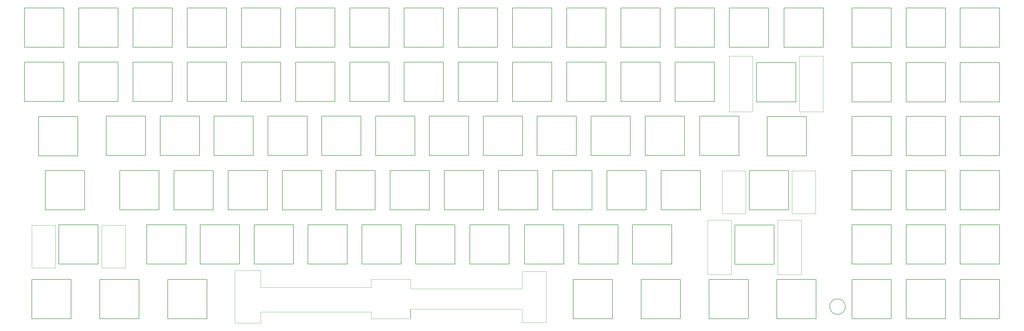
<source format=gbr>
%TF.GenerationSoftware,KiCad,Pcbnew,(5.1.10)-1*%
%TF.CreationDate,2021-12-12T17:38:06-08:00*%
%TF.ProjectId,chgray-keyboard,63686772-6179-42d6-9b65-79626f617264,Yeet2*%
%TF.SameCoordinates,Original*%
%TF.FileFunction,Other,ECO1*%
%FSLAX46Y46*%
G04 Gerber Fmt 4.6, Leading zero omitted, Abs format (unit mm)*
G04 Created by KiCad (PCBNEW (5.1.10)-1) date 2021-12-12 17:38:06*
%MOMM*%
%LPD*%
G01*
G04 APERTURE LIST*
%ADD10C,0.150000*%
%ADD11C,0.120000*%
G04 APERTURE END LIST*
D10*
X321877806Y-116709305D02*
G75*
G03*
X321877806Y-116709305I-2726806J0D01*
G01*
%TO.C,SW54*%
X213572000Y-63542000D02*
X213572000Y-49742000D01*
X227372000Y-63542000D02*
X213572000Y-63542000D01*
X227372000Y-49742000D02*
X227372000Y-63542000D01*
X213572000Y-49742000D02*
X227372000Y-49742000D01*
%TO.C,SW41*%
X175726000Y-63542000D02*
X175726000Y-49742000D01*
X189526000Y-63542000D02*
X175726000Y-63542000D01*
X189526000Y-49742000D02*
X189526000Y-63542000D01*
X175726000Y-49742000D02*
X189526000Y-49742000D01*
%TO.C,SW10*%
X85937000Y-82719000D02*
X85937000Y-68919000D01*
X99737000Y-82719000D02*
X85937000Y-82719000D01*
X99737000Y-68919000D02*
X99737000Y-82719000D01*
X85937000Y-68919000D02*
X99737000Y-68919000D01*
D11*
%TO.C,SW57*%
X116459000Y-118618000D02*
X116459000Y-122446000D01*
X155254000Y-107146000D02*
X155254000Y-109982000D01*
X208319000Y-117586000D02*
X208329000Y-122346000D01*
X169089000Y-107146000D02*
X169089000Y-110476000D01*
D10*
X169079000Y-117596000D02*
X169079000Y-120946000D01*
D11*
X208319000Y-117586000D02*
X169069000Y-117586000D01*
X169089000Y-110476000D02*
X208279000Y-110471000D01*
X116459000Y-109982000D02*
X155254000Y-109982000D01*
X116459000Y-118618000D02*
X155279000Y-118618000D01*
X208279000Y-104346000D02*
X216779000Y-104346000D01*
X107379000Y-122446000D02*
X116459000Y-122446000D01*
X107379000Y-104046000D02*
X107379000Y-122446000D01*
X116459000Y-104046000D02*
X107379000Y-104046000D01*
X116459000Y-109982000D02*
X116459000Y-104046000D01*
X208279000Y-104346000D02*
X208279000Y-110471000D01*
X216779000Y-122346000D02*
X216779000Y-104346000D01*
X208329000Y-122346000D02*
X216779000Y-122346000D01*
X155279000Y-120946000D02*
X155279000Y-118621000D01*
X169079000Y-120946000D02*
X155279000Y-120946000D01*
X155254000Y-107146000D02*
X169079000Y-107146000D01*
D10*
%TO.C,SW21*%
X300334000Y-25569000D02*
X300334000Y-11769000D01*
X314134000Y-25569000D02*
X300334000Y-25569000D01*
X314134000Y-11769000D02*
X314134000Y-25569000D01*
X300334000Y-11769000D02*
X314134000Y-11769000D01*
%TO.C,RIGHT-SHIFT1*%
X296841000Y-88032500D02*
X296841000Y-101832500D01*
X296841000Y-101832500D02*
X283041000Y-101832500D01*
X283041000Y-101832500D02*
X283041000Y-88032500D01*
X283041000Y-88032500D02*
X296841000Y-88032500D01*
D11*
X273511000Y-86322500D02*
X281771000Y-86322500D01*
X273511000Y-105432500D02*
X281771000Y-105432500D01*
X273511000Y-86322500D02*
X273511000Y-105432500D01*
X281771000Y-86322500D02*
X281771000Y-105432500D01*
X298161000Y-86322500D02*
X306421000Y-86322500D01*
X298161000Y-105432500D02*
X306421000Y-105432500D01*
X298161000Y-86322500D02*
X298161000Y-105432500D01*
X306421000Y-86322500D02*
X306421000Y-105432500D01*
D10*
%TO.C,Slash1*%
X294408000Y-63732500D02*
X294408000Y-49932500D01*
X308208000Y-63732500D02*
X294408000Y-63732500D01*
X294408000Y-49932500D02*
X308208000Y-49932500D01*
X308208000Y-49932500D02*
X308208000Y-63732500D01*
%TO.C,SW52*%
X194649000Y-63542000D02*
X194649000Y-49742000D01*
X208449000Y-63542000D02*
X194649000Y-63542000D01*
X208449000Y-49742000D02*
X208449000Y-63542000D01*
X194649000Y-49742000D02*
X208449000Y-49742000D01*
%TO.C,SW51*%
X185886000Y-44573900D02*
X185886000Y-30773900D01*
X199686000Y-44573900D02*
X185886000Y-44573900D01*
X199686000Y-30773900D02*
X199686000Y-44573900D01*
X185886000Y-30773900D02*
X199686000Y-30773900D01*
%TO.C,SW58*%
X226272000Y-120946000D02*
X226272000Y-107146000D01*
X240072000Y-120946000D02*
X226272000Y-120946000D01*
X226272000Y-107146000D02*
X240072000Y-107146000D01*
X240072000Y-107146000D02*
X240072000Y-120946000D01*
%TO.C,RIGHT-SPACE1*%
X250148000Y-120946000D02*
X250148000Y-107146000D01*
X263948000Y-120946000D02*
X250148000Y-120946000D01*
X250148000Y-107146000D02*
X263948000Y-107146000D01*
X263948000Y-107146000D02*
X263948000Y-120946000D01*
%TO.C,LEFT_ALT1*%
X128736000Y-25569000D02*
X128736000Y-11769000D01*
X142536000Y-25569000D02*
X128736000Y-25569000D01*
X142536000Y-11769000D02*
X142536000Y-25569000D01*
X128736000Y-11769000D02*
X142536000Y-11769000D01*
%TO.C,RIGHT-SHIFT2*%
X204936000Y-25569000D02*
X204936000Y-11769000D01*
X218736000Y-25569000D02*
X204936000Y-25569000D01*
X218736000Y-11769000D02*
X218736000Y-25569000D01*
X204936000Y-11769000D02*
X218736000Y-11769000D01*
%TO.C,LEFT-SPACE1*%
X147786000Y-25569000D02*
X147786000Y-11769000D01*
X161586000Y-25569000D02*
X147786000Y-25569000D01*
X161586000Y-11769000D02*
X161586000Y-25569000D01*
X147786000Y-11769000D02*
X161586000Y-11769000D01*
%TO.C,SW50*%
X324265000Y-25569000D02*
X324265000Y-11769000D01*
X338065000Y-25569000D02*
X324265000Y-25569000D01*
X338065000Y-11769000D02*
X338065000Y-25569000D01*
X324265000Y-11769000D02*
X338065000Y-11769000D01*
%TO.C,SW45*%
X262086000Y-25569000D02*
X262086000Y-11769000D01*
X275886000Y-25569000D02*
X262086000Y-25569000D01*
X275886000Y-11769000D02*
X275886000Y-25569000D01*
X262086000Y-11769000D02*
X275886000Y-11769000D01*
%TO.C,SW37*%
X362238000Y-25569000D02*
X362238000Y-11769000D01*
X376038000Y-25569000D02*
X362238000Y-25569000D01*
X376038000Y-11769000D02*
X376038000Y-25569000D01*
X362238000Y-11769000D02*
X376038000Y-11769000D01*
%TO.C,SW25*%
X281136000Y-25569000D02*
X281136000Y-11769000D01*
X294936000Y-25569000D02*
X281136000Y-25569000D01*
X294936000Y-11769000D02*
X294936000Y-25569000D01*
X281136000Y-11769000D02*
X294936000Y-11769000D01*
%TO.C,SW13*%
X243036000Y-25569000D02*
X243036000Y-11769000D01*
X256836000Y-25569000D02*
X243036000Y-25569000D01*
X256836000Y-11769000D02*
X256836000Y-25569000D01*
X243036000Y-11769000D02*
X256836000Y-11769000D01*
%TO.C,SW9*%
X343315000Y-25569000D02*
X343315000Y-11769000D01*
X357115000Y-25569000D02*
X343315000Y-25569000D01*
X357115000Y-11769000D02*
X357115000Y-25569000D01*
X343315000Y-11769000D02*
X357115000Y-11769000D01*
%TO.C,SW3*%
X223986000Y-25569000D02*
X223986000Y-11769000D01*
X237786000Y-25569000D02*
X223986000Y-25569000D01*
X237786000Y-11769000D02*
X237786000Y-25569000D01*
X223986000Y-11769000D02*
X237786000Y-11769000D01*
%TO.C,RightMeta1*%
X297830000Y-120946000D02*
X297830000Y-107146000D01*
X311630000Y-120946000D02*
X297830000Y-120946000D01*
X297830000Y-107146000D02*
X311630000Y-107146000D01*
X311630000Y-107146000D02*
X311630000Y-120946000D01*
%TO.C,ENTER1*%
X288121000Y-82655500D02*
X288121000Y-68855500D01*
X301921000Y-68855500D02*
X301921000Y-82655500D01*
X288121000Y-68855500D02*
X301921000Y-68855500D01*
X301921000Y-82655500D02*
X288121000Y-82655500D01*
D11*
X278641000Y-69005500D02*
X286901000Y-69005500D01*
X278641000Y-84005500D02*
X286901000Y-84005500D01*
X278641000Y-69005500D02*
X278641000Y-84005500D01*
X286901000Y-69005500D02*
X286901000Y-84005500D01*
X303181000Y-69005500D02*
X311441000Y-69005500D01*
X303181000Y-84005500D02*
X311441000Y-84005500D01*
X303181000Y-69005500D02*
X303181000Y-84005500D01*
X311441000Y-69005500D02*
X311441000Y-84005500D01*
D10*
%TO.C,SW4*%
X33486000Y-44573900D02*
X33486000Y-30773900D01*
X47286000Y-44573900D02*
X33486000Y-44573900D01*
X47286000Y-30773900D02*
X47286000Y-44573900D01*
X33486000Y-30773900D02*
X47286000Y-30773900D01*
%TO.C,WinKey1*%
X83778000Y-120946000D02*
X83778000Y-107146000D01*
X97578000Y-120946000D02*
X83778000Y-120946000D01*
X83778000Y-107146000D02*
X97578000Y-107146000D01*
X97578000Y-107146000D02*
X97578000Y-120946000D01*
%TO.C,LEFT_FN1*%
X59902000Y-120946000D02*
X59902000Y-107146000D01*
X73702000Y-120946000D02*
X59902000Y-120946000D01*
X59902000Y-107146000D02*
X73702000Y-107146000D01*
X73702000Y-107146000D02*
X73702000Y-120946000D01*
%TO.C,LEFT_CTRL1*%
X35984700Y-120946000D02*
X35984700Y-107146000D01*
X49784700Y-120946000D02*
X35984700Y-120946000D01*
X35984700Y-107146000D02*
X49784700Y-107146000D01*
X49784700Y-107146000D02*
X49784700Y-120946000D01*
%TO.C,LEFT-SHIFT1*%
X45509700Y-101769000D02*
X45509700Y-87969000D01*
X59309700Y-87969000D02*
X59309700Y-101769000D01*
X45509700Y-87969000D02*
X59309700Y-87969000D01*
X59309700Y-101769000D02*
X45509700Y-101769000D01*
D11*
X36029700Y-88119000D02*
X44289700Y-88119000D01*
X36029700Y-103119000D02*
X44289700Y-103119000D01*
X36029700Y-88119000D02*
X36029700Y-103119000D01*
X44289700Y-88119000D02*
X44289700Y-103119000D01*
X60569700Y-88119000D02*
X68829700Y-88119000D01*
X60569700Y-103119000D02*
X68829700Y-103119000D01*
X60569700Y-88119000D02*
X60569700Y-103119000D01*
X68829700Y-88119000D02*
X68829700Y-103119000D01*
D10*
%TO.C,Backspace1*%
X290693000Y-44746000D02*
X290693000Y-30946000D01*
X304493000Y-44746000D02*
X290693000Y-44746000D01*
X290693000Y-30946000D02*
X304493000Y-30946000D01*
X304493000Y-30946000D02*
X304493000Y-44746000D01*
D11*
X314033000Y-28646000D02*
X314033000Y-48236000D01*
X305773000Y-28646000D02*
X305773000Y-48236000D01*
X305773000Y-48236000D02*
X314033000Y-48236000D01*
X305773000Y-28646000D02*
X314033000Y-28646000D01*
X281093000Y-48266000D02*
X289353000Y-48266000D01*
X281093000Y-28646000D02*
X281093000Y-48266000D01*
X281093000Y-28646000D02*
X289353000Y-28646000D01*
X289353000Y-28646000D02*
X289353000Y-48266000D01*
D10*
%TO.C,TAB1*%
X38364700Y-63685200D02*
X38364700Y-49885200D01*
X52164700Y-63685200D02*
X38364700Y-63685200D01*
X38364700Y-49885200D02*
X52164700Y-49885200D01*
X52164700Y-49885200D02*
X52164700Y-63685200D01*
%TO.C,CAPS1*%
X40747200Y-82719000D02*
X40747200Y-68919000D01*
X54547200Y-82719000D02*
X40747200Y-82719000D01*
X40747200Y-68919000D02*
X54547200Y-68919000D01*
X54547200Y-68919000D02*
X54547200Y-82719000D01*
%TO.C,SW63*%
X238083000Y-82719000D02*
X238083000Y-68919000D01*
X251883000Y-82719000D02*
X238083000Y-82719000D01*
X251883000Y-68919000D02*
X251883000Y-82719000D01*
X238083000Y-68919000D02*
X251883000Y-68919000D01*
%TO.C,SW1*%
X109686000Y-25569000D02*
X109686000Y-11769000D01*
X123486000Y-25569000D02*
X109686000Y-25569000D01*
X123486000Y-11769000D02*
X123486000Y-25569000D01*
X109686000Y-11769000D02*
X123486000Y-11769000D01*
%TO.C,SW2*%
X228177000Y-101769000D02*
X228177000Y-87969000D01*
X241977000Y-101769000D02*
X228177000Y-101769000D01*
X241977000Y-87969000D02*
X241977000Y-101769000D01*
X228177000Y-87969000D02*
X241977000Y-87969000D01*
%TO.C,SW5*%
X52536000Y-44573900D02*
X52536000Y-30773900D01*
X66336000Y-44573900D02*
X52536000Y-44573900D01*
X66336000Y-30773900D02*
X66336000Y-44573900D01*
X52536000Y-30773900D02*
X66336000Y-30773900D01*
%TO.C,SW6*%
X62188000Y-63542000D02*
X62188000Y-49742000D01*
X75988000Y-63542000D02*
X62188000Y-63542000D01*
X75988000Y-49742000D02*
X75988000Y-63542000D01*
X62188000Y-49742000D02*
X75988000Y-49742000D01*
%TO.C,SW7*%
X66887000Y-82719000D02*
X66887000Y-68919000D01*
X80687000Y-82719000D02*
X66887000Y-82719000D01*
X80687000Y-68919000D02*
X80687000Y-82719000D01*
X66887000Y-68919000D02*
X80687000Y-68919000D01*
%TO.C,SW8*%
X324265000Y-101769000D02*
X324265000Y-87969000D01*
X338065000Y-101769000D02*
X324265000Y-101769000D01*
X338065000Y-87969000D02*
X338065000Y-101769000D01*
X324265000Y-87969000D02*
X338065000Y-87969000D01*
%TO.C,SW11*%
X76412000Y-101769000D02*
X76412000Y-87969000D01*
X90212000Y-101769000D02*
X76412000Y-101769000D01*
X90212000Y-87969000D02*
X90212000Y-101769000D01*
X76412000Y-87969000D02*
X90212000Y-87969000D01*
%TO.C,SW12*%
X90636000Y-25569000D02*
X90636000Y-11769000D01*
X104436000Y-25569000D02*
X90636000Y-25569000D01*
X104436000Y-11769000D02*
X104436000Y-25569000D01*
X90636000Y-11769000D02*
X104436000Y-11769000D01*
%TO.C,SW14*%
X71586000Y-44573900D02*
X71586000Y-30773900D01*
X85386000Y-44573900D02*
X71586000Y-44573900D01*
X85386000Y-30773900D02*
X85386000Y-44573900D01*
X71586000Y-30773900D02*
X85386000Y-30773900D01*
%TO.C,SW15*%
X81111000Y-63542000D02*
X81111000Y-49742000D01*
X94911000Y-63542000D02*
X81111000Y-63542000D01*
X94911000Y-49742000D02*
X94911000Y-63542000D01*
X81111000Y-49742000D02*
X94911000Y-49742000D01*
%TO.C,SW16*%
X90636000Y-44573900D02*
X90636000Y-30773900D01*
X104436000Y-44573900D02*
X90636000Y-44573900D01*
X104436000Y-30773900D02*
X104436000Y-44573900D01*
X90636000Y-30773900D02*
X104436000Y-30773900D01*
%TO.C,SW17*%
X100034000Y-63542000D02*
X100034000Y-49742000D01*
X113834000Y-63542000D02*
X100034000Y-63542000D01*
X113834000Y-49742000D02*
X113834000Y-63542000D01*
X100034000Y-49742000D02*
X113834000Y-49742000D01*
%TO.C,SW18*%
X104987000Y-82719000D02*
X104987000Y-68919000D01*
X118787000Y-82719000D02*
X104987000Y-82719000D01*
X118787000Y-68919000D02*
X118787000Y-82719000D01*
X104987000Y-68919000D02*
X118787000Y-68919000D01*
%TO.C,SW19*%
X95208000Y-101769000D02*
X95208000Y-87969000D01*
X109008000Y-101769000D02*
X95208000Y-101769000D01*
X109008000Y-87969000D02*
X109008000Y-101769000D01*
X95208000Y-87969000D02*
X109008000Y-87969000D01*
%TO.C,SW20*%
X232495000Y-63542000D02*
X232495000Y-49742000D01*
X246295000Y-63542000D02*
X232495000Y-63542000D01*
X246295000Y-49742000D02*
X246295000Y-63542000D01*
X232495000Y-49742000D02*
X246295000Y-49742000D01*
%TO.C,SW22*%
X124037000Y-82719000D02*
X124037000Y-68919000D01*
X137837000Y-82719000D02*
X124037000Y-82719000D01*
X137837000Y-68919000D02*
X137837000Y-82719000D01*
X124037000Y-68919000D02*
X137837000Y-68919000D01*
%TO.C,SW23*%
X114131000Y-101769000D02*
X114131000Y-87969000D01*
X127931000Y-101769000D02*
X114131000Y-101769000D01*
X127931000Y-87969000D02*
X127931000Y-101769000D01*
X114131000Y-87969000D02*
X127931000Y-87969000D01*
%TO.C,SW24*%
X251545000Y-63542000D02*
X251545000Y-49742000D01*
X265345000Y-63542000D02*
X251545000Y-63542000D01*
X265345000Y-49742000D02*
X265345000Y-63542000D01*
X251545000Y-49742000D02*
X265345000Y-49742000D01*
%TO.C,SW26*%
X109686000Y-44573900D02*
X109686000Y-30773900D01*
X123486000Y-44573900D02*
X109686000Y-44573900D01*
X123486000Y-30773900D02*
X123486000Y-44573900D01*
X109686000Y-30773900D02*
X123486000Y-30773900D01*
%TO.C,SW27*%
X118957000Y-63542000D02*
X118957000Y-49742000D01*
X132757000Y-63542000D02*
X118957000Y-63542000D01*
X132757000Y-49742000D02*
X132757000Y-63542000D01*
X118957000Y-49742000D02*
X132757000Y-49742000D01*
%TO.C,SW28*%
X128736000Y-44573900D02*
X128736000Y-30773900D01*
X142536000Y-44573900D02*
X128736000Y-44573900D01*
X142536000Y-30773900D02*
X142536000Y-44573900D01*
X128736000Y-30773900D02*
X142536000Y-30773900D01*
%TO.C,SW29*%
X137880000Y-63542000D02*
X137880000Y-49742000D01*
X151680000Y-63542000D02*
X137880000Y-63542000D01*
X151680000Y-49742000D02*
X151680000Y-63542000D01*
X137880000Y-49742000D02*
X151680000Y-49742000D01*
%TO.C,SW30*%
X142833000Y-82719000D02*
X142833000Y-68919000D01*
X156633000Y-82719000D02*
X142833000Y-82719000D01*
X156633000Y-68919000D02*
X156633000Y-82719000D01*
X142833000Y-68919000D02*
X156633000Y-68919000D01*
%TO.C,SW31*%
X133054000Y-101769000D02*
X133054000Y-87969000D01*
X146854000Y-101769000D02*
X133054000Y-101769000D01*
X146854000Y-87969000D02*
X146854000Y-101769000D01*
X133054000Y-87969000D02*
X146854000Y-87969000D01*
%TO.C,SW32*%
X166836000Y-25569000D02*
X166836000Y-11769000D01*
X180636000Y-25569000D02*
X166836000Y-25569000D01*
X180636000Y-11769000D02*
X180636000Y-25569000D01*
X166836000Y-11769000D02*
X180636000Y-11769000D01*
%TO.C,SW33*%
X161883000Y-82719000D02*
X161883000Y-68919000D01*
X175683000Y-82719000D02*
X161883000Y-82719000D01*
X175683000Y-68919000D02*
X175683000Y-82719000D01*
X161883000Y-68919000D02*
X175683000Y-68919000D01*
%TO.C,SW34*%
X151977000Y-101769000D02*
X151977000Y-87969000D01*
X165777000Y-101769000D02*
X151977000Y-101769000D01*
X165777000Y-87969000D02*
X165777000Y-101769000D01*
X151977000Y-87969000D02*
X165777000Y-87969000D01*
%TO.C,SW35*%
X185886000Y-25569000D02*
X185886000Y-11769000D01*
X199686000Y-25569000D02*
X185886000Y-25569000D01*
X199686000Y-11769000D02*
X199686000Y-25569000D01*
X185886000Y-11769000D02*
X199686000Y-11769000D01*
%TO.C,SW36*%
X247100000Y-101769000D02*
X247100000Y-87969000D01*
X260900000Y-101769000D02*
X247100000Y-101769000D01*
X260900000Y-87969000D02*
X260900000Y-101769000D01*
X247100000Y-87969000D02*
X260900000Y-87969000D01*
%TO.C,SW38*%
X147786000Y-44573900D02*
X147786000Y-30773900D01*
X161586000Y-44573900D02*
X147786000Y-44573900D01*
X161586000Y-30773900D02*
X161586000Y-44573900D01*
X147786000Y-30773900D02*
X161586000Y-30773900D01*
%TO.C,SW39*%
X156803000Y-63542000D02*
X156803000Y-49742000D01*
X170603000Y-63542000D02*
X156803000Y-63542000D01*
X170603000Y-49742000D02*
X170603000Y-63542000D01*
X156803000Y-49742000D02*
X170603000Y-49742000D01*
%TO.C,SW40*%
X166836000Y-44573900D02*
X166836000Y-30773900D01*
X180636000Y-44573900D02*
X166836000Y-44573900D01*
X180636000Y-30773900D02*
X180636000Y-44573900D01*
X166836000Y-30773900D02*
X180636000Y-30773900D01*
%TO.C,SW42*%
X180933000Y-82719000D02*
X180933000Y-68919000D01*
X194733000Y-82719000D02*
X180933000Y-82719000D01*
X194733000Y-68919000D02*
X194733000Y-82719000D01*
X180933000Y-68919000D02*
X194733000Y-68919000D01*
%TO.C,SW43*%
X170900000Y-101769000D02*
X170900000Y-87969000D01*
X184700000Y-101769000D02*
X170900000Y-101769000D01*
X184700000Y-87969000D02*
X184700000Y-101769000D01*
X170900000Y-87969000D02*
X184700000Y-87969000D01*
%TO.C,SW44*%
X243036000Y-44573900D02*
X243036000Y-30773900D01*
X256836000Y-44573900D02*
X243036000Y-44573900D01*
X256836000Y-30773900D02*
X256836000Y-44573900D01*
X243036000Y-30773900D02*
X256836000Y-30773900D01*
%TO.C,SW46*%
X199983000Y-82719000D02*
X199983000Y-68919000D01*
X213783000Y-82719000D02*
X199983000Y-82719000D01*
X213783000Y-68919000D02*
X213783000Y-82719000D01*
X199983000Y-68919000D02*
X213783000Y-68919000D01*
%TO.C,SW47*%
X189950000Y-101769000D02*
X189950000Y-87969000D01*
X203750000Y-101769000D02*
X189950000Y-101769000D01*
X203750000Y-87969000D02*
X203750000Y-101769000D01*
X189950000Y-87969000D02*
X203750000Y-87969000D01*
%TO.C,SW49*%
X262086000Y-44573900D02*
X262086000Y-30773900D01*
X275886000Y-44573900D02*
X262086000Y-44573900D01*
X275886000Y-30773900D02*
X275886000Y-44573900D01*
X262086000Y-30773900D02*
X275886000Y-30773900D01*
%TO.C,SW53*%
X204936000Y-44573900D02*
X204936000Y-30773900D01*
X218736000Y-44573900D02*
X204936000Y-44573900D01*
X218736000Y-30773900D02*
X218736000Y-44573900D01*
X204936000Y-30773900D02*
X218736000Y-30773900D01*
%TO.C,SW55*%
X219033000Y-82719000D02*
X219033000Y-68919000D01*
X232833000Y-82719000D02*
X219033000Y-82719000D01*
X232833000Y-68919000D02*
X232833000Y-82719000D01*
X219033000Y-68919000D02*
X232833000Y-68919000D01*
%TO.C,SW56*%
X209127000Y-101769000D02*
X209127000Y-87969000D01*
X222927000Y-101769000D02*
X209127000Y-101769000D01*
X222927000Y-87969000D02*
X222927000Y-101769000D01*
X209127000Y-87969000D02*
X222927000Y-87969000D01*
%TO.C,SW59*%
X223986000Y-44573900D02*
X223986000Y-30773900D01*
X237786000Y-44573900D02*
X223986000Y-44573900D01*
X237786000Y-30773900D02*
X237786000Y-44573900D01*
X223986000Y-30773900D02*
X237786000Y-30773900D01*
%TO.C,SW60*%
X343315000Y-82719000D02*
X343315000Y-68919000D01*
X357115000Y-82719000D02*
X343315000Y-82719000D01*
X357115000Y-68919000D02*
X357115000Y-82719000D01*
X343315000Y-68919000D02*
X357115000Y-68919000D01*
%TO.C,SW61*%
X270722000Y-63542000D02*
X270722000Y-49742000D01*
X284522000Y-63542000D02*
X270722000Y-63542000D01*
X284522000Y-49742000D02*
X284522000Y-63542000D01*
X270722000Y-49742000D02*
X284522000Y-49742000D01*
%TO.C,SW62*%
X362238000Y-82719000D02*
X362238000Y-68919000D01*
X376038000Y-82719000D02*
X362238000Y-82719000D01*
X376038000Y-68919000D02*
X376038000Y-82719000D01*
X362238000Y-68919000D02*
X376038000Y-68919000D01*
%TO.C,SW64*%
X257133000Y-82719000D02*
X257133000Y-68919000D01*
X270933000Y-82719000D02*
X257133000Y-82719000D01*
X270933000Y-68919000D02*
X270933000Y-82719000D01*
X257133000Y-68919000D02*
X270933000Y-68919000D01*
%TO.C,SW66*%
X343315000Y-63669000D02*
X343315000Y-49869000D01*
X357115000Y-63669000D02*
X343315000Y-63669000D01*
X357115000Y-49869000D02*
X357115000Y-63669000D01*
X343315000Y-49869000D02*
X357115000Y-49869000D01*
%TO.C,SW67*%
X324265000Y-63669000D02*
X324265000Y-49869000D01*
X338065000Y-63669000D02*
X324265000Y-63669000D01*
X338065000Y-49869000D02*
X338065000Y-63669000D01*
X324265000Y-49869000D02*
X338065000Y-49869000D01*
%TO.C,SW65*%
X324265000Y-82719000D02*
X324265000Y-68919000D01*
X338065000Y-82719000D02*
X324265000Y-82719000D01*
X338065000Y-68919000D02*
X338065000Y-82719000D01*
X324265000Y-68919000D02*
X338065000Y-68919000D01*
%TO.C,SW68*%
X343315000Y-101769000D02*
X343315000Y-87969000D01*
X357115000Y-101769000D02*
X343315000Y-101769000D01*
X357115000Y-87969000D02*
X357115000Y-101769000D01*
X343315000Y-87969000D02*
X357115000Y-87969000D01*
%TO.C,SW69*%
X324265000Y-44746000D02*
X324265000Y-30946000D01*
X338065000Y-44746000D02*
X324265000Y-44746000D01*
X338065000Y-30946000D02*
X338065000Y-44746000D01*
X324265000Y-30946000D02*
X338065000Y-30946000D01*
%TO.C,SW70*%
X52536000Y-25569000D02*
X52536000Y-11769000D01*
X66336000Y-25569000D02*
X52536000Y-25569000D01*
X66336000Y-11769000D02*
X66336000Y-25569000D01*
X52536000Y-11769000D02*
X66336000Y-11769000D01*
%TO.C,SW71*%
X362238000Y-63669000D02*
X362238000Y-49869000D01*
X376038000Y-63669000D02*
X362238000Y-63669000D01*
X376038000Y-49869000D02*
X376038000Y-63669000D01*
X362238000Y-49869000D02*
X376038000Y-49869000D01*
%TO.C,SW72*%
X362238000Y-101769000D02*
X362238000Y-87969000D01*
X376038000Y-101769000D02*
X362238000Y-101769000D01*
X376038000Y-87969000D02*
X376038000Y-101769000D01*
X362238000Y-87969000D02*
X376038000Y-87969000D01*
%TO.C,SW73*%
X33486000Y-25569000D02*
X33486000Y-11769000D01*
X47286000Y-25569000D02*
X33486000Y-25569000D01*
X47286000Y-11769000D02*
X47286000Y-25569000D01*
X33486000Y-11769000D02*
X47286000Y-11769000D01*
%TO.C,SW74*%
X362238000Y-44746000D02*
X362238000Y-30946000D01*
X376038000Y-44746000D02*
X362238000Y-44746000D01*
X376038000Y-30946000D02*
X376038000Y-44746000D01*
X362238000Y-30946000D02*
X376038000Y-30946000D01*
%TO.C,SW75*%
X362238000Y-120946000D02*
X362238000Y-107146000D01*
X376038000Y-120946000D02*
X362238000Y-120946000D01*
X376038000Y-107146000D02*
X376038000Y-120946000D01*
X362238000Y-107146000D02*
X376038000Y-107146000D01*
%TO.C,SW76*%
X343315000Y-120946000D02*
X343315000Y-107146000D01*
X357115000Y-120946000D02*
X343315000Y-120946000D01*
X357115000Y-107146000D02*
X357115000Y-120946000D01*
X343315000Y-107146000D02*
X357115000Y-107146000D01*
%TO.C,SW77*%
X324265000Y-120946000D02*
X324265000Y-107146000D01*
X338065000Y-120946000D02*
X324265000Y-120946000D01*
X338065000Y-107146000D02*
X338065000Y-120946000D01*
X324265000Y-107146000D02*
X338065000Y-107146000D01*
%TO.C,S2*%
X71586000Y-25569000D02*
X71586000Y-11769000D01*
X85386000Y-25569000D02*
X71586000Y-25569000D01*
X85386000Y-11769000D02*
X85386000Y-25569000D01*
X71586000Y-11769000D02*
X85386000Y-11769000D01*
%TO.C,S1*%
X343315000Y-44746000D02*
X343315000Y-30946000D01*
X357115000Y-44746000D02*
X343315000Y-44746000D01*
X357115000Y-30946000D02*
X357115000Y-44746000D01*
X343315000Y-30946000D02*
X357115000Y-30946000D01*
%TO.C,SW48*%
X274024000Y-120946000D02*
X274024000Y-107146000D01*
X287824000Y-120946000D02*
X274024000Y-120946000D01*
X274024000Y-107146000D02*
X287824000Y-107146000D01*
X287824000Y-107146000D02*
X287824000Y-120946000D01*
%TD*%
M02*

</source>
